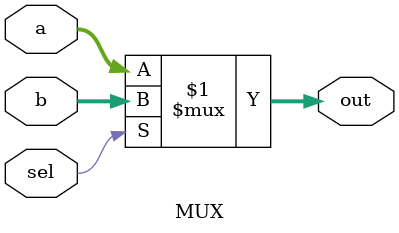
<source format=v>
module MUX(sel,a,b,out);
parameter n=16;
input sel;
input [n-1:0] a,b;
output [n-1:0] out;

assign out = sel?b:a;
endmodule
</source>
